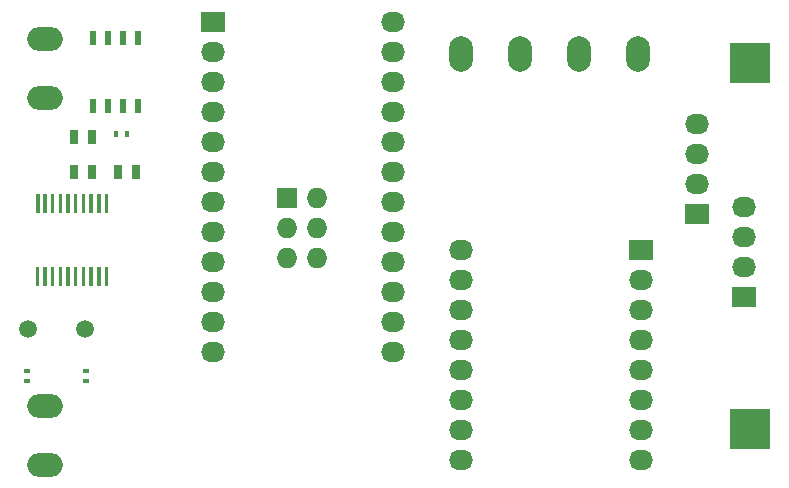
<source format=gbs>
%FSLAX34Y34*%
G04 Gerber Fmt 3.4, Leading zero omitted, Abs format*
G04 (created by PCBNEW (2014-03-19 BZR 4756)-product) date Thu 12 Jun 2014 23:18:30 BST*
%MOIN*%
G01*
G70*
G90*
G04 APERTURE LIST*
%ADD10C,0.005906*%
%ADD11R,0.015700X0.023600*%
%ADD12R,0.025000X0.045000*%
%ADD13R,0.023600X0.015700*%
%ADD14O,0.078700X0.118700*%
%ADD15O,0.118700X0.078700*%
%ADD16R,0.080000X0.068000*%
%ADD17O,0.080000X0.068000*%
%ADD18R,0.023600X0.047200*%
%ADD19R,0.068000X0.068000*%
%ADD20O,0.068000X0.068000*%
%ADD21C,0.059100*%
%ADD22R,0.133900X0.133900*%
G04 APERTURE END LIST*
G54D10*
G54D11*
X46574Y-34645D03*
X46928Y-34645D03*
G54D12*
X45172Y-35925D03*
X45772Y-35925D03*
G54D13*
X45570Y-42893D03*
X45570Y-42539D03*
X43602Y-42893D03*
X43602Y-42539D03*
G54D14*
X60039Y-31988D03*
X58071Y-31988D03*
G54D15*
X44192Y-31496D03*
X44192Y-33464D03*
G54D16*
X65944Y-37326D03*
G54D17*
X65944Y-36326D03*
X65944Y-35326D03*
X65944Y-34326D03*
G54D16*
X67519Y-40082D03*
G54D17*
X67519Y-39082D03*
X67519Y-38082D03*
X67519Y-37082D03*
G54D15*
X44192Y-43701D03*
X44192Y-45669D03*
G54D14*
X63976Y-31988D03*
X62008Y-31988D03*
G54D12*
X45172Y-34744D03*
X45772Y-34744D03*
X47248Y-35925D03*
X46648Y-35925D03*
G54D18*
X45807Y-31436D03*
X46299Y-31436D03*
X46811Y-31436D03*
X47303Y-31436D03*
X47303Y-33720D03*
X46811Y-33720D03*
X46299Y-33720D03*
X45787Y-33720D03*
G54D17*
X58078Y-45527D03*
X58078Y-44527D03*
X58078Y-43527D03*
X58078Y-42527D03*
X58078Y-41527D03*
X58078Y-40527D03*
X58078Y-39527D03*
X58078Y-38527D03*
G54D16*
X64074Y-38527D03*
G54D17*
X64074Y-39527D03*
X64074Y-40527D03*
X64074Y-41527D03*
X64074Y-42527D03*
X64074Y-43527D03*
X64074Y-44527D03*
X64074Y-45527D03*
G54D19*
X52255Y-36795D03*
G54D20*
X53255Y-36795D03*
X52255Y-37795D03*
X53255Y-37795D03*
X52255Y-38795D03*
X53255Y-38795D03*
G54D17*
X49803Y-41917D03*
X49803Y-40917D03*
X49803Y-39917D03*
X49803Y-38917D03*
X49803Y-37917D03*
X49803Y-36917D03*
X49803Y-35917D03*
X49803Y-34917D03*
X49803Y-33917D03*
X49803Y-32917D03*
X49803Y-31917D03*
G54D16*
X49803Y-30917D03*
G54D17*
X55807Y-30917D03*
X55807Y-31917D03*
X55807Y-32917D03*
X55807Y-33917D03*
X55807Y-34917D03*
X55807Y-35917D03*
X55807Y-36917D03*
X55807Y-37917D03*
X55807Y-38917D03*
X55807Y-39917D03*
X55807Y-40917D03*
X55807Y-41917D03*
G54D10*
G36*
X44035Y-37283D02*
X43917Y-37283D01*
X43917Y-36654D01*
X44035Y-36654D01*
X44035Y-37283D01*
X44035Y-37283D01*
G37*
G36*
X44261Y-37283D02*
X44143Y-37283D01*
X44143Y-36654D01*
X44261Y-36654D01*
X44261Y-37283D01*
X44261Y-37283D01*
G37*
G36*
X44517Y-37283D02*
X44399Y-37283D01*
X44399Y-36654D01*
X44517Y-36654D01*
X44517Y-37283D01*
X44517Y-37283D01*
G37*
G36*
X44773Y-37283D02*
X44655Y-37283D01*
X44655Y-36654D01*
X44773Y-36654D01*
X44773Y-37283D01*
X44773Y-37283D01*
G37*
G36*
X45029Y-37283D02*
X44911Y-37283D01*
X44911Y-36654D01*
X45029Y-36654D01*
X45029Y-37283D01*
X45029Y-37283D01*
G37*
G36*
X45285Y-37283D02*
X45167Y-37283D01*
X45167Y-36654D01*
X45285Y-36654D01*
X45285Y-37283D01*
X45285Y-37283D01*
G37*
G36*
X46309Y-39723D02*
X46191Y-39723D01*
X46191Y-39094D01*
X46309Y-39094D01*
X46309Y-39723D01*
X46309Y-39723D01*
G37*
G36*
X46053Y-39723D02*
X45935Y-39723D01*
X45935Y-39094D01*
X46053Y-39094D01*
X46053Y-39723D01*
X46053Y-39723D01*
G37*
G36*
X45797Y-39723D02*
X45679Y-39723D01*
X45679Y-39094D01*
X45797Y-39094D01*
X45797Y-39723D01*
X45797Y-39723D01*
G37*
G36*
X45541Y-39723D02*
X45423Y-39723D01*
X45423Y-39094D01*
X45541Y-39094D01*
X45541Y-39723D01*
X45541Y-39723D01*
G37*
G36*
X45541Y-37283D02*
X45423Y-37283D01*
X45423Y-36654D01*
X45541Y-36654D01*
X45541Y-37283D01*
X45541Y-37283D01*
G37*
G36*
X45797Y-37283D02*
X45679Y-37283D01*
X45679Y-36654D01*
X45797Y-36654D01*
X45797Y-37283D01*
X45797Y-37283D01*
G37*
G36*
X46053Y-37283D02*
X45935Y-37283D01*
X45935Y-36654D01*
X46053Y-36654D01*
X46053Y-37283D01*
X46053Y-37283D01*
G37*
G36*
X46309Y-37283D02*
X46191Y-37283D01*
X46191Y-36654D01*
X46309Y-36654D01*
X46309Y-37283D01*
X46309Y-37283D01*
G37*
G36*
X45285Y-39723D02*
X45167Y-39723D01*
X45167Y-39094D01*
X45285Y-39094D01*
X45285Y-39723D01*
X45285Y-39723D01*
G37*
G36*
X45029Y-39723D02*
X44911Y-39723D01*
X44911Y-39094D01*
X45029Y-39094D01*
X45029Y-39723D01*
X45029Y-39723D01*
G37*
G36*
X44773Y-39723D02*
X44655Y-39723D01*
X44655Y-39094D01*
X44773Y-39094D01*
X44773Y-39723D01*
X44773Y-39723D01*
G37*
G36*
X44517Y-39723D02*
X44399Y-39723D01*
X44399Y-39094D01*
X44517Y-39094D01*
X44517Y-39723D01*
X44517Y-39723D01*
G37*
G36*
X44261Y-39723D02*
X44143Y-39723D01*
X44143Y-39094D01*
X44261Y-39094D01*
X44261Y-39723D01*
X44261Y-39723D01*
G37*
G36*
X44005Y-39723D02*
X43887Y-39723D01*
X43887Y-39094D01*
X44005Y-39094D01*
X44005Y-39723D01*
X44005Y-39723D01*
G37*
G54D21*
X45547Y-41141D03*
X43625Y-41141D03*
G54D22*
X67716Y-32283D03*
X67716Y-44488D03*
M02*

</source>
